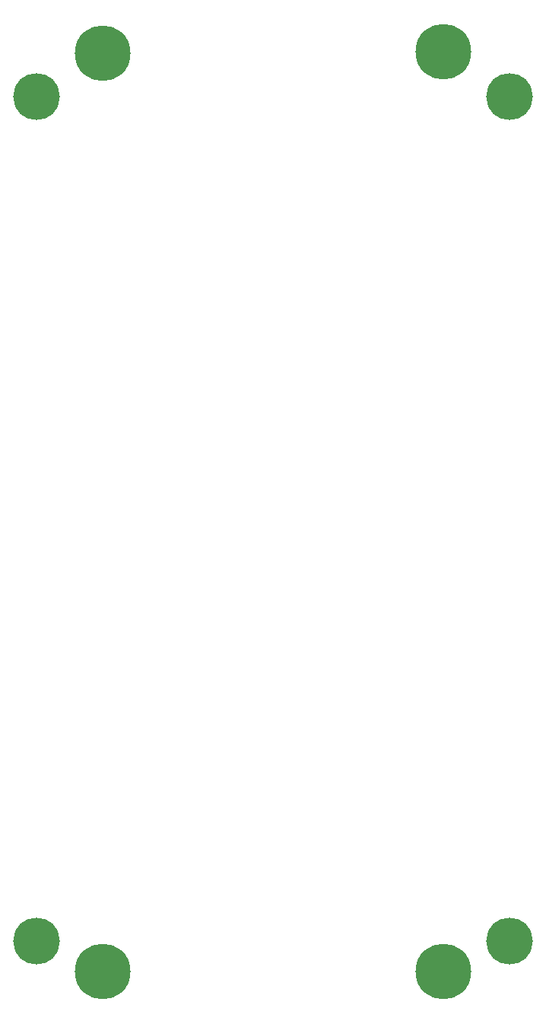
<source format=gts>
G04 Layer: TopSolderMaskLayer*
G04 EasyEDA v6.5.29, 2023-07-16 15:11:24*
G04 8e63474119ad402bbd214b4fb5fb20c4,5a6b42c53f6a479593ecc07194224c93,10*
G04 Gerber Generator version 0.2*
G04 Scale: 100 percent, Rotated: No, Reflected: No *
G04 Dimensions in millimeters *
G04 leading zeros omitted , absolute positions ,4 integer and 5 decimal *
%FSLAX45Y45*%
%MOMM*%

%ADD10C,6.1932*%
%ADD11C,5.2032*%

%LPD*%
D10*
G01*
X1181100Y11341100D03*
G01*
X4978400Y11353800D03*
D11*
G01*
X444500Y10858500D03*
G01*
X5715000Y10858500D03*
G01*
X444601Y1455445D03*
G01*
X5715000Y1460500D03*
D10*
G01*
X1181100Y1117600D03*
G01*
X4978400Y1117600D03*
M02*

</source>
